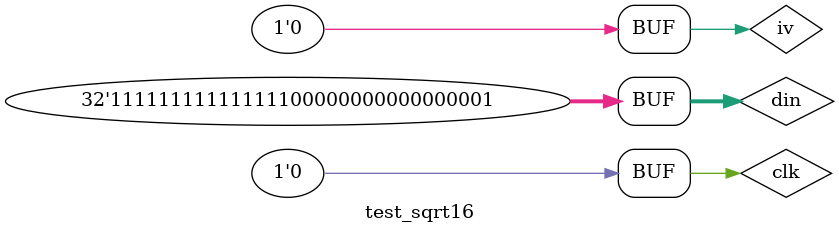
<source format=v>
`timescale 1ns / 1ps

module test_sqrt16;

	// Inputs
	reg [31:0] din;
	reg iv;
	reg clk;

	// Outputs
	wire [15:0] dout;
	wire ov;

	// Instantiate the Unit Under Test (UUT)
	sqrt16 uut (
		.din(din), 
		.iv(iv), 
		.dout(dout), 
		.ov(ov), 
		.clk(clk) 
	);

	initial begin
		// Initialize Inputs
		din = 0;
		iv = 0;
		clk = 0;

		// Wait 100 ns for global reset to finish
		#100;
        
		// Test
		#5 clk = 0; iv = 1; din = 140;
		#5 clk = 1;
		repeat (17)
		begin
			#5 clk = 0; iv = 0;
			#5 clk = 1;
		end
		#5 clk = 0; iv = 1; din = 144;
		#5 clk = 1;
		repeat (17)
		begin
			#5 clk = 0; iv = 0;
			#5 clk = 1;
		end
		#5 clk = 0; iv = 1; din = 148;
		#5 clk = 1;
		repeat (17)
		begin
			#5 clk = 0; iv = 0;
			#5 clk = 1;
		end
		#5 clk = 0; iv = 1; din = 36864; // 144*256
		#5 clk = 1;
		repeat (17)
		begin
			#5 clk = 0; iv = 0;
			#5 clk = 1;
		end
		#5 clk = 0; iv = 1; din = 65025; // 255*255
		#5 clk = 1;
		repeat (17)
		begin
			#5 clk = 0; iv = 0;
			#5 clk = 1;
		end
		#5 clk = 0; iv = 1; din = 4294836225; // 65535*65535
		#5 clk = 1;
		repeat (17)
		begin
			#5 clk = 0; iv = 0;
			#5 clk = 1;
		end
		#5 clk = 0;
	
	end
      
endmodule


</source>
